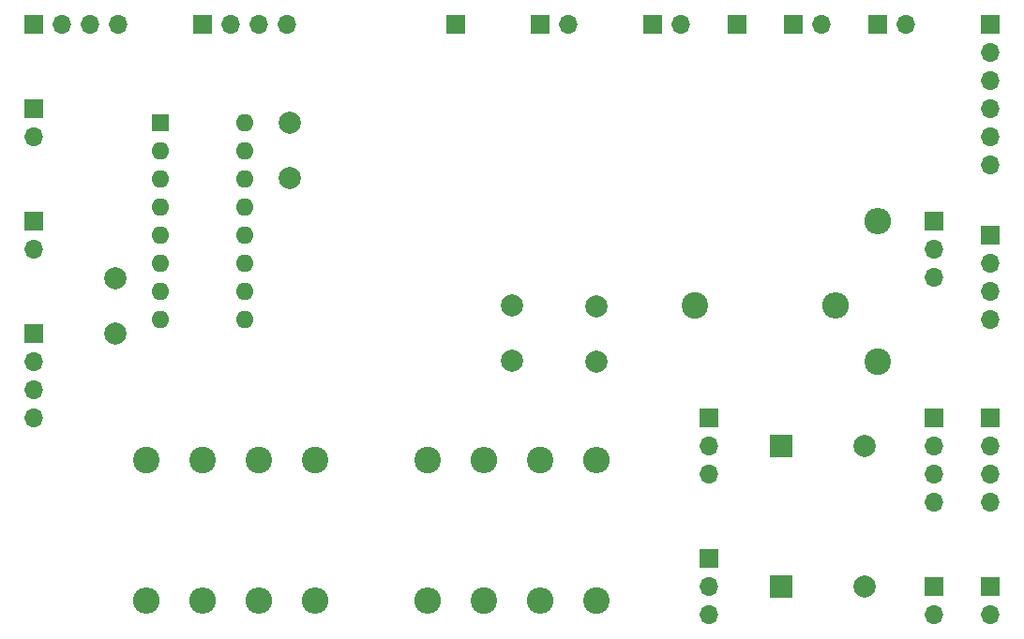
<source format=gbr>
%TF.GenerationSoftware,KiCad,Pcbnew,(7.0.0)*%
%TF.CreationDate,2023-04-26T12:46:46-05:00*%
%TF.ProjectId,test,74657374-2e6b-4696-9361-645f70636258,rev?*%
%TF.SameCoordinates,Original*%
%TF.FileFunction,Soldermask,Top*%
%TF.FilePolarity,Negative*%
%FSLAX46Y46*%
G04 Gerber Fmt 4.6, Leading zero omitted, Abs format (unit mm)*
G04 Created by KiCad (PCBNEW (7.0.0)) date 2023-04-26 12:46:46*
%MOMM*%
%LPD*%
G01*
G04 APERTURE LIST*
%ADD10R,1.700000X1.700000*%
%ADD11O,1.700000X1.700000*%
%ADD12C,2.000000*%
%ADD13R,2.000000X2.000000*%
%ADD14C,2.400000*%
%ADD15O,2.400000X2.400000*%
%ADD16R,1.600000X1.600000*%
%ADD17O,1.600000X1.600000*%
G04 APERTURE END LIST*
D10*
%TO.C,J43*%
X160044999Y-64779999D03*
D11*
X160044999Y-67319999D03*
X160044999Y-69859999D03*
X160044999Y-72399999D03*
%TD*%
D12*
%TO.C,C5*%
X81026000Y-68660000D03*
X81026000Y-73660000D03*
%TD*%
D10*
%TO.C,J9*%
X160019999Y-81279999D03*
D11*
X160019999Y-83819999D03*
X160019999Y-86359999D03*
X160019999Y-88899999D03*
%TD*%
D13*
%TO.C,C1*%
X141162322Y-83819999D03*
D12*
X148662323Y-83820000D03*
%TD*%
D10*
%TO.C,J7*%
X142239999Y-45719999D03*
D11*
X144779999Y-45719999D03*
%TD*%
D10*
%TO.C,M1*%
X88899999Y-45719999D03*
D11*
X91439999Y-45719999D03*
X93979999Y-45719999D03*
X96519999Y-45719999D03*
%TD*%
D10*
%TO.C,J6*%
X154939999Y-63499999D03*
D11*
X154939999Y-66039999D03*
X154939999Y-68579999D03*
%TD*%
D14*
%TO.C,R2*%
X93980000Y-85090000D03*
D15*
X93979999Y-97789999D03*
%TD*%
D14*
%TO.C,R3*%
X88900000Y-85090000D03*
D15*
X88899999Y-97789999D03*
%TD*%
D10*
%TO.C,J3*%
X154939999Y-96519999D03*
D11*
X154939999Y-99059999D03*
%TD*%
D10*
%TO.C,J1*%
X73659999Y-45719999D03*
D11*
X76199999Y-45719999D03*
X78739999Y-45719999D03*
X81279999Y-45719999D03*
%TD*%
D14*
%TO.C,R1*%
X99060000Y-85090000D03*
D15*
X99059999Y-97789999D03*
%TD*%
D10*
%TO.C,J5*%
X73659999Y-63499999D03*
D11*
X73659999Y-66039999D03*
%TD*%
D10*
%TO.C,J35*%
X111759999Y-45719999D03*
%TD*%
%TO.C,J14*%
X119379999Y-45719999D03*
D11*
X121919999Y-45719999D03*
%TD*%
D14*
%TO.C,R10*%
X149860000Y-76200000D03*
D15*
X149859999Y-63499999D03*
%TD*%
D10*
%TO.C,Q2*%
X134619999Y-81279999D03*
D11*
X134619999Y-83819999D03*
X134619999Y-86359999D03*
%TD*%
D14*
%TO.C,R6*%
X119380000Y-85090000D03*
D15*
X119379999Y-97789999D03*
%TD*%
D10*
%TO.C,J11*%
X129539999Y-45719999D03*
D11*
X132079999Y-45719999D03*
%TD*%
D14*
%TO.C,R5*%
X109220000Y-85090000D03*
D15*
X109219999Y-97789999D03*
%TD*%
D10*
%TO.C,J2*%
X149859999Y-45719999D03*
D11*
X152399999Y-45719999D03*
%TD*%
D10*
%TO.C,J15*%
X73659999Y-73659999D03*
D11*
X73659999Y-76199999D03*
X73659999Y-78739999D03*
X73659999Y-81279999D03*
%TD*%
D12*
%TO.C,C3*%
X116840000Y-71120000D03*
X116840000Y-76120000D03*
%TD*%
D14*
%TO.C,R9*%
X133350000Y-71120000D03*
D15*
X146049999Y-71119999D03*
%TD*%
D10*
%TO.C,J13*%
X160019999Y-45719999D03*
D11*
X160019999Y-48259999D03*
X160019999Y-50799999D03*
X160019999Y-53339999D03*
X160019999Y-55879999D03*
X160019999Y-58419999D03*
%TD*%
D10*
%TO.C,Q1*%
X134619999Y-93979999D03*
D11*
X134619999Y-96519999D03*
X134619999Y-99059999D03*
%TD*%
D12*
%TO.C,C4*%
X124460000Y-76200000D03*
X124460000Y-71200000D03*
%TD*%
D10*
%TO.C,J4*%
X160019999Y-96519999D03*
D11*
X160019999Y-99059999D03*
%TD*%
D12*
%TO.C,C6*%
X96774000Y-59650000D03*
X96774000Y-54650000D03*
%TD*%
D14*
%TO.C,R8*%
X124460000Y-97790000D03*
D15*
X124459999Y-85089999D03*
%TD*%
D14*
%TO.C,R4*%
X83820000Y-85090000D03*
D15*
X83819999Y-97789999D03*
%TD*%
D10*
%TO.C,J10*%
X154964999Y-81279999D03*
D11*
X154964999Y-83819999D03*
X154964999Y-86359999D03*
X154964999Y-88899999D03*
%TD*%
D10*
%TO.C,J42*%
X137159999Y-45719999D03*
%TD*%
D16*
%TO.C,U1*%
X85099999Y-54624999D03*
D17*
X85099999Y-57164999D03*
X85099999Y-59704999D03*
X85099999Y-62244999D03*
X85099999Y-64784999D03*
X85099999Y-67324999D03*
X85099999Y-69864999D03*
X85099999Y-72404999D03*
X92719999Y-72404999D03*
X92719999Y-69864999D03*
X92719999Y-67324999D03*
X92719999Y-64784999D03*
X92719999Y-62244999D03*
X92719999Y-59704999D03*
X92719999Y-57164999D03*
X92719999Y-54624999D03*
%TD*%
D10*
%TO.C,J12*%
X73659999Y-53339999D03*
D11*
X73659999Y-55879999D03*
%TD*%
D14*
%TO.C,R7*%
X114300000Y-97790000D03*
D15*
X114299999Y-85089999D03*
%TD*%
D13*
%TO.C,C2*%
X141162322Y-96519999D03*
D12*
X148662323Y-96520000D03*
%TD*%
M02*

</source>
